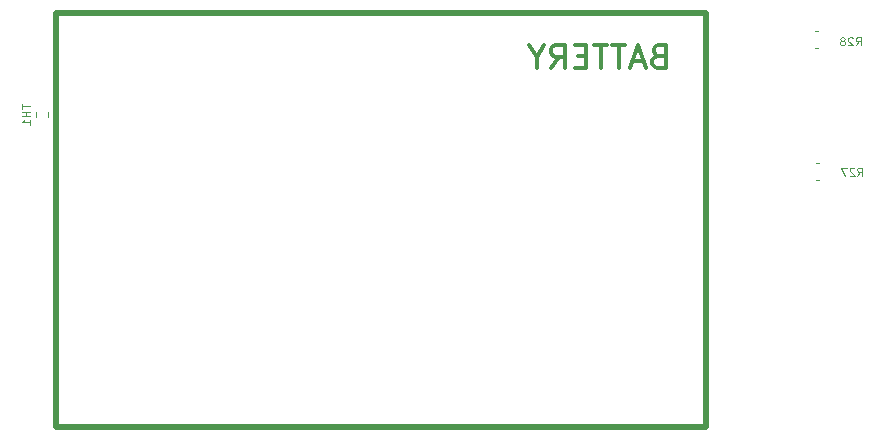
<source format=gbr>
%TF.GenerationSoftware,KiCad,Pcbnew,(6.0.0-rc1-dev-233-g53236a383)*%
%TF.CreationDate,2018-10-22T11:17:08+02:00*%
%TF.ProjectId,LEOLED_rev1,4C454F4C45445F726576312E6B696361,1*%
%TF.SameCoordinates,Original*%
%TF.FileFunction,Legend,Bot*%
%TF.FilePolarity,Positive*%
%FSLAX46Y46*%
G04 Gerber Fmt 4.6, Leading zero omitted, Abs format (unit mm)*
G04 Created by KiCad (PCBNEW (6.0.0-rc1-dev-233-g53236a383)) date 10/22/18 11:17:08*
%MOMM*%
%LPD*%
G01*
G04 APERTURE LIST*
%ADD10C,0.375000*%
%ADD11C,0.500000*%
%ADD12C,0.120000*%
%ADD13C,0.125000*%
%ADD14R,1.998980X1.998980*%
%ADD15O,1.998980X1.998980*%
%ADD16C,3.500000*%
%ADD17R,0.970000X1.500000*%
%ADD18O,1.900000X1.200000*%
%ADD19C,1.450000*%
%ADD20O,1.700000X1.700000*%
%ADD21R,1.700000X1.700000*%
%ADD22R,1.000000X0.670000*%
G04 APERTURE END LIST*
D10*
X57476400Y34458258D02*
X57190685Y34363020D01*
X57095447Y34267781D01*
X57000209Y34077305D01*
X57000209Y33791591D01*
X57095447Y33601115D01*
X57190685Y33505877D01*
X57381161Y33410639D01*
X58143066Y33410639D01*
X58143066Y35410639D01*
X57476400Y35410639D01*
X57285923Y35315400D01*
X57190685Y35220162D01*
X57095447Y35029686D01*
X57095447Y34839210D01*
X57190685Y34648734D01*
X57285923Y34553496D01*
X57476400Y34458258D01*
X58143066Y34458258D01*
X56238304Y33982067D02*
X55285923Y33982067D01*
X56428780Y33410639D02*
X55762114Y35410639D01*
X55095447Y33410639D01*
X54714495Y35410639D02*
X53571638Y35410639D01*
X54143066Y33410639D02*
X54143066Y35410639D01*
X53190685Y35410639D02*
X52047828Y35410639D01*
X52619257Y33410639D02*
X52619257Y35410639D01*
X51381161Y34458258D02*
X50714495Y34458258D01*
X50428780Y33410639D02*
X51381161Y33410639D01*
X51381161Y35410639D01*
X50428780Y35410639D01*
X48428780Y33410639D02*
X49095447Y34363020D01*
X49571638Y33410639D02*
X49571638Y35410639D01*
X48809733Y35410639D01*
X48619257Y35315400D01*
X48524019Y35220162D01*
X48428780Y35029686D01*
X48428780Y34743972D01*
X48524019Y34553496D01*
X48619257Y34458258D01*
X48809733Y34363020D01*
X49571638Y34363020D01*
X47190685Y34363020D02*
X47190685Y33410639D01*
X47857352Y35410639D02*
X47190685Y34363020D01*
X46524019Y35410639D01*
D11*
X61493400Y38074600D02*
X6477000Y38074600D01*
X61493400Y3073400D02*
X61493400Y38074600D01*
X6477000Y3073400D02*
X61493400Y3073400D01*
X6477000Y38049200D02*
X6477000Y3073400D01*
D12*
X70838600Y25382800D02*
X71138600Y25382800D01*
X70838600Y23962800D02*
X71138600Y23962800D01*
X70738600Y36582800D02*
X71038600Y36582800D01*
X70738600Y35162800D02*
X71038600Y35162800D01*
X4778600Y29252800D02*
X4778600Y29692800D01*
X5798600Y29252800D02*
X5798600Y29692800D01*
D13*
X74352600Y24294134D02*
X74585933Y24627467D01*
X74752600Y24294134D02*
X74752600Y24994134D01*
X74485933Y24994134D01*
X74419266Y24960800D01*
X74385933Y24927467D01*
X74352600Y24860800D01*
X74352600Y24760800D01*
X74385933Y24694134D01*
X74419266Y24660800D01*
X74485933Y24627467D01*
X74752600Y24627467D01*
X74085933Y24927467D02*
X74052600Y24960800D01*
X73985933Y24994134D01*
X73819266Y24994134D01*
X73752600Y24960800D01*
X73719266Y24927467D01*
X73685933Y24860800D01*
X73685933Y24794134D01*
X73719266Y24694134D01*
X74119266Y24294134D01*
X73685933Y24294134D01*
X73452600Y24994134D02*
X72985933Y24994134D01*
X73285933Y24294134D01*
X74225600Y35343134D02*
X74458933Y35676467D01*
X74625600Y35343134D02*
X74625600Y36043134D01*
X74358933Y36043134D01*
X74292266Y36009800D01*
X74258933Y35976467D01*
X74225600Y35909800D01*
X74225600Y35809800D01*
X74258933Y35743134D01*
X74292266Y35709800D01*
X74358933Y35676467D01*
X74625600Y35676467D01*
X73958933Y35976467D02*
X73925600Y36009800D01*
X73858933Y36043134D01*
X73692266Y36043134D01*
X73625600Y36009800D01*
X73592266Y35976467D01*
X73558933Y35909800D01*
X73558933Y35843134D01*
X73592266Y35743134D01*
X73992266Y35343134D01*
X73558933Y35343134D01*
X73158933Y35743134D02*
X73225600Y35776467D01*
X73258933Y35809800D01*
X73292266Y35876467D01*
X73292266Y35909800D01*
X73258933Y35976467D01*
X73225600Y36009800D01*
X73158933Y36043134D01*
X73025600Y36043134D01*
X72958933Y36009800D01*
X72925600Y35976467D01*
X72892266Y35909800D01*
X72892266Y35876467D01*
X72925600Y35809800D01*
X72958933Y35776467D01*
X73025600Y35743134D01*
X73158933Y35743134D01*
X73225600Y35709800D01*
X73258933Y35676467D01*
X73292266Y35609800D01*
X73292266Y35476467D01*
X73258933Y35409800D01*
X73225600Y35376467D01*
X73158933Y35343134D01*
X73025600Y35343134D01*
X72958933Y35376467D01*
X72925600Y35409800D01*
X72892266Y35476467D01*
X72892266Y35609800D01*
X72925600Y35676467D01*
X72958933Y35709800D01*
X73025600Y35743134D01*
X3605266Y30372800D02*
X3605266Y29972800D01*
X4305266Y30172800D02*
X3605266Y30172800D01*
X4305266Y29739467D02*
X3605266Y29739467D01*
X3938600Y29739467D02*
X3938600Y29339467D01*
X4305266Y29339467D02*
X3605266Y29339467D01*
X4305266Y28639467D02*
X4305266Y29039467D01*
X4305266Y28839467D02*
X3605266Y28839467D01*
X3705266Y28906134D01*
X3771933Y28972800D01*
X3805266Y29039467D01*
%LPC*%
D14*
X78994000Y37744400D03*
D15*
X76454000Y37744400D03*
D14*
X67688600Y28872800D03*
D15*
X67688600Y31412800D03*
D16*
X81280000Y23799800D03*
X66065400Y6781800D03*
X64693800Y36703000D03*
X3454400Y18186400D03*
X81280000Y4368800D03*
D17*
X71943600Y24672800D03*
X70033600Y24672800D03*
X71843600Y35872800D03*
X69933600Y35872800D03*
D15*
X2184400Y23368000D03*
X2184400Y25908000D03*
X2184400Y30988000D03*
X2184400Y33528000D03*
D14*
X2184400Y36068000D03*
D15*
X2184400Y28448000D03*
D18*
X1388600Y6772800D03*
X1388600Y13772800D03*
D19*
X4088600Y7772800D03*
X4088600Y12772800D03*
D20*
X66088600Y10752800D03*
X66088600Y13292800D03*
X66088600Y15832800D03*
D21*
X66088600Y18372800D03*
D22*
X5288600Y30347800D03*
X5288600Y28597800D03*
M02*

</source>
